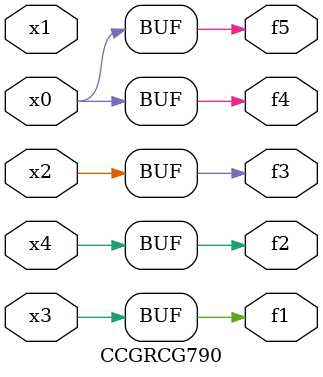
<source format=v>
module CCGRCG790(
	input x0, x1, x2, x3, x4,
	output f1, f2, f3, f4, f5
);
	assign f1 = x3;
	assign f2 = x4;
	assign f3 = x2;
	assign f4 = x0;
	assign f5 = x0;
endmodule

</source>
